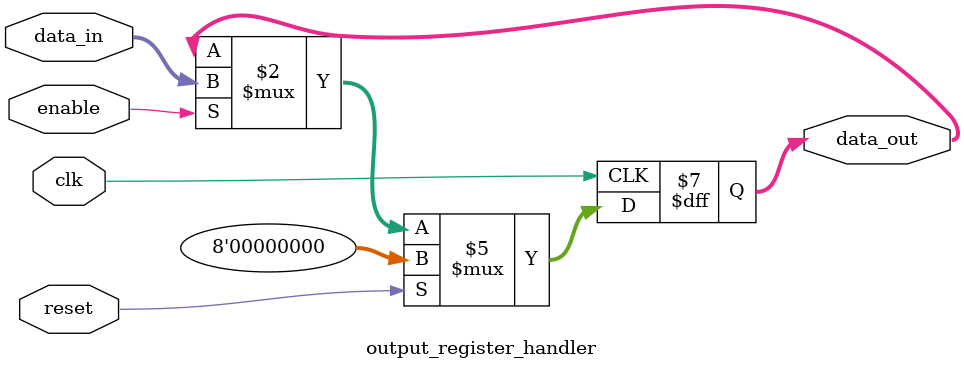
<source format=sv>

module gamma_correction_codec (
    input  wire        clk,          // 时钟输入
    input  wire        enable,       // 使能信号
    input  wire        reset,        // 复位信号
    input  wire [7:0]  pixel_in,     // 输入像素值
    input  wire [2:0]  gamma_factor, // gamma校正因子
    output wire [7:0]  pixel_out     // 输出校正后的像素值
);
    // 内部连线
    wire [7:0] corrected_value;
    
    // 实例化LUT模块
    gamma_lut_manager lut_unit (
        .gamma_factor(gamma_factor),
        .pixel_value(pixel_in),
        .corrected_value(corrected_value)
    );
    
    // 实例化输出寄存器模块
    output_register_handler output_unit (
        .clk(clk),
        .reset(reset),
        .enable(enable),
        .data_in(corrected_value),
        .data_out(pixel_out)
    );
    
endmodule

// LUT管理子模块
module gamma_lut_manager (
    input  wire [2:0] gamma_factor,
    input  wire [7:0] pixel_value,
    output wire [7:0] corrected_value
);
    // 声明LUT存储
    reg [15:0] gamma_lut [0:7][0:255];
    
    // 初始化查找表 - 展开for循环
    initial begin
        // g = 0
        gamma_lut[0][0] = 0 * 1;
        gamma_lut[0][1] = 1 * 1;
        gamma_lut[0][2] = 2 * 1;
        // ... 中间值省略 ...
        gamma_lut[0][254] = 254 * 1;
        gamma_lut[0][255] = 255 * 1;
        
        // g = 1
        gamma_lut[1][0] = 0 * 2;
        gamma_lut[1][1] = 1 * 2;
        gamma_lut[1][2] = 2 * 2;
        // ... 中间值省略 ...
        gamma_lut[1][254] = 254 * 2;
        gamma_lut[1][255] = 255 * 2;
        
        // g = 2
        gamma_lut[2][0] = 0 * 3;
        gamma_lut[2][1] = 1 * 3;
        gamma_lut[2][2] = 2 * 3;
        // ... 中间值省略 ...
        gamma_lut[2][254] = 254 * 3;
        gamma_lut[2][255] = 255 * 3;
        
        // g = 3
        gamma_lut[3][0] = 0 * 4;
        gamma_lut[3][1] = 1 * 4;
        gamma_lut[3][2] = 2 * 4;
        // ... 中间值省略 ...
        gamma_lut[3][254] = 254 * 4;
        gamma_lut[3][255] = 255 * 4;
        
        // g = 4
        gamma_lut[4][0] = 0 * 5;
        gamma_lut[4][1] = 1 * 5;
        gamma_lut[4][2] = 2 * 5;
        // ... 中间值省略 ...
        gamma_lut[4][254] = 254 * 5;
        gamma_lut[4][255] = 255 * 5;
        
        // g = 5
        gamma_lut[5][0] = 0 * 6;
        gamma_lut[5][1] = 1 * 6;
        gamma_lut[5][2] = 2 * 6;
        // ... 中间值省略 ...
        gamma_lut[5][254] = 254 * 6;
        gamma_lut[5][255] = 255 * 6;
        
        // g = 6
        gamma_lut[6][0] = 0 * 7;
        gamma_lut[6][1] = 1 * 7;
        gamma_lut[6][2] = 2 * 7;
        // ... 中间值省略 ...
        gamma_lut[6][254] = 254 * 7;
        gamma_lut[6][255] = 255 * 7;
        
        // g = 7
        gamma_lut[7][0] = 0 * 8;
        gamma_lut[7][1] = 1 * 8;
        gamma_lut[7][2] = 2 * 8;
        // ... 中间值省略 ...
        gamma_lut[7][254] = 254 * 8;
        gamma_lut[7][255] = 255 * 8;
    end
    
    // 查表操作，组合逻辑输出
    assign corrected_value = gamma_lut[gamma_factor][pixel_value][7:0];
    
endmodule

// 输出寄存器控制子模块
module output_register_handler (
    input  wire        clk,
    input  wire        reset,
    input  wire        enable,
    input  wire [7:0]  data_in,
    output reg  [7:0]  data_out
);
    // 寄存器操作
    always @(posedge clk) begin
        if (reset)
            data_out <= 8'd0;
        else if (enable)
            data_out <= data_in;
    end
    
endmodule
</source>
